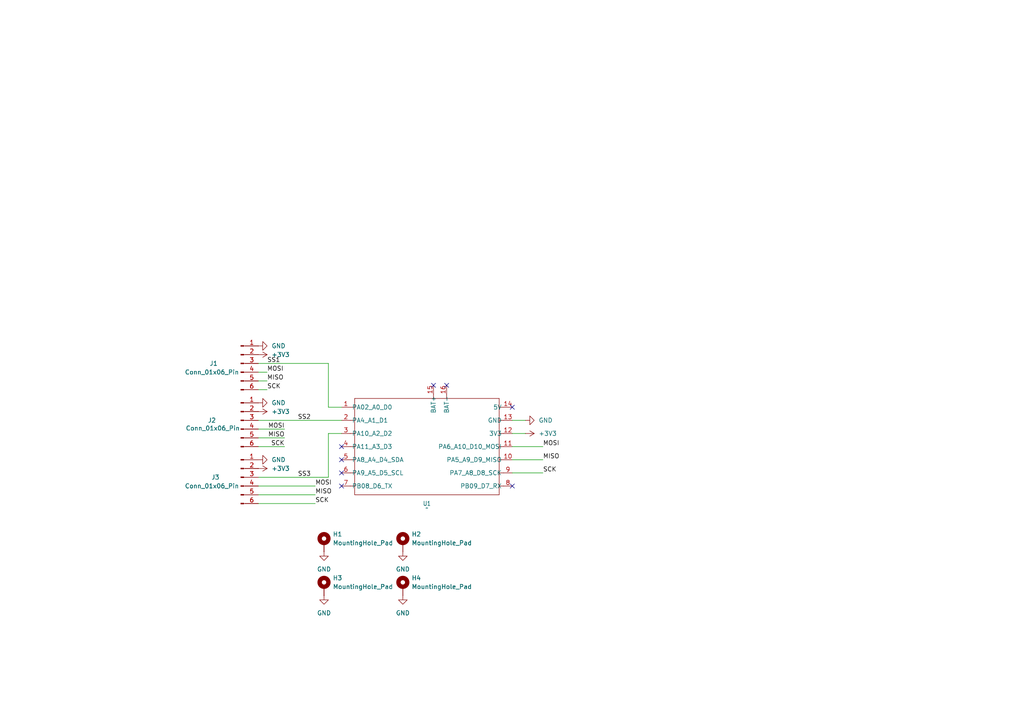
<source format=kicad_sch>
(kicad_sch (version 20231120) (generator "eeschema") (generator_version "8.0")
  (paper "A4")
  (lib_symbols
    (symbol "Connector:Conn_01x06_Pin" (pin_names (offset 1.016) hide)
      (property "Reference" "J" (at 0 7.62 0))
      (property "Value" "Conn_01x06_Pin" (at 0 -10.16 0))
      (symbol "Conn_01x06_Pin_1_1"
        (polyline (pts (xy 1.27 -7.62) (xy 0.8636 -7.62)) (stroke (width 0.1524)))
        (polyline (pts (xy 1.27 -5.08) (xy 0.8636 -5.08)) (stroke (width 0.1524)))
        (polyline (pts (xy 1.27 -2.54) (xy 0.8636 -2.54)) (stroke (width 0.1524)))
        (polyline (pts (xy 1.27 0) (xy 0.8636 0)) (stroke (width 0.1524)))
        (polyline (pts (xy 1.27 2.54) (xy 0.8636 2.54)) (stroke (width 0.1524)))
        (polyline (pts (xy 1.27 5.08) (xy 0.8636 5.08)) (stroke (width 0.1524)))
        (rectangle (start 0.8636 -7.493) (end 0 -7.747) (stroke (width 0.1524)) (fill (type outline)))
        (rectangle (start 0.8636 -4.953) (end 0 -5.207) (stroke (width 0.1524)) (fill (type outline)))
        (rectangle (start 0.8636 -2.413) (end 0 -2.667) (stroke (width 0.1524)) (fill (type outline)))
        (rectangle (start 0.8636 0.127) (end 0 -0.127) (stroke (width 0.1524)) (fill (type outline)))
        (rectangle (start 0.8636 2.667) (end 0 2.413) (stroke (width 0.1524)) (fill (type outline)))
        (rectangle (start 0.8636 5.207) (end 0 4.953) (stroke (width 0.1524)) (fill (type outline)))
        (pin passive line (at 5.08 5.08 180) (length 3.81) (name "Pin_1") (number "1"))
        (pin passive line (at 5.08 2.54 180) (length 3.81) (name "Pin_2") (number "2"))
        (pin passive line (at 5.08 0 180) (length 3.81) (name "Pin_3") (number "3"))
        (pin passive line (at 5.08 -2.54 180) (length 3.81) (name "Pin_4") (number "4"))
        (pin passive line (at 5.08 -5.08 180) (length 3.81) (name "Pin_5") (number "5"))
        (pin passive line (at 5.08 -7.62 180) (length 3.81) (name "Pin_6") (number "6"))
      )
    )
    (symbol "Mechanical:MountingHole_Pad" (pin_numbers hide) (pin_names (offset 1.016) hide) (exclude_from_sim yes) (in_bom no)
      (property "Reference" "H" (at 0 6.35 0))
      (property "Value" "MountingHole_Pad" (at 0 4.445 0))
      (symbol "MountingHole_Pad_0_1"
        (circle (center 0 1.27) (radius 1.27) (stroke (width 1.27)))
      )
      (symbol "MountingHole_Pad_1_1"
        (pin input line (at 0 -2.54 90) (length 2.54) (name "1") (number "1"))
      )
    )
    (symbol "Seeed:MOUDLE-SEEEDUINO-XIAO-ESP32S3-SMD"
      (property "Reference" "U" (at -21.59 15.24 0))
      (symbol "MOUDLE-SEEEDUINO-XIAO-ESP32S3-SMD_1_0"
        (polyline (pts (xy -21.59 -13.97) (xy -21.59 0)) (stroke (width 0.1524)))
        (polyline (pts (xy -21.59 -11.43) (xy -22.86 -11.43)) (stroke (width 0.1524)))
        (polyline (pts (xy -21.59 -7.62) (xy -22.86 -7.62)) (stroke (width 0.1524)))
        (polyline (pts (xy -21.59 -3.81) (xy -22.86 -3.81)) (stroke (width 0.1524)))
        (polyline (pts (xy -21.59 0) (xy -22.86 0)) (stroke (width 0.1524)))
        (polyline (pts (xy -21.59 0) (xy -21.59 3.81)) (stroke (width 0.1524)))
        (polyline (pts (xy -21.59 3.81) (xy -22.86 3.81)) (stroke (width 0.1524)))
        (polyline (pts (xy -21.59 3.81) (xy -21.59 7.62)) (stroke (width 0.1524)))
        (polyline (pts (xy -21.59 7.62) (xy -22.86 7.62)) (stroke (width 0.1524)))
        (polyline (pts (xy -21.59 7.62) (xy -21.59 11.43)) (stroke (width 0.1524)))
        (polyline (pts (xy -21.59 11.43) (xy -22.86 11.43)) (stroke (width 0.1524)))
        (polyline (pts (xy -21.59 11.43) (xy -21.59 13.97)) (stroke (width 0.1524)))
        (polyline (pts (xy -21.59 13.97) (xy 1.27 13.97)) (stroke (width 0.1524)))
        (polyline (pts (xy 1.27 13.97) (xy 5.08 13.97)) (stroke (width 0.1524)))
        (polyline (pts (xy 1.27 15.24) (xy 1.27 13.97)) (stroke (width 0.1524)))
        (polyline (pts (xy 5.08 13.97) (xy 20.32 13.97)) (stroke (width 0.1524)))
        (polyline (pts (xy 5.08 15.24) (xy 5.08 13.97)) (stroke (width 0.1524)))
        (polyline (pts (xy 20.32 -13.97) (xy -21.59 -13.97)) (stroke (width 0.1524)))
        (polyline (pts (xy 20.32 3.81) (xy 20.32 -13.97)) (stroke (width 0.1524)))
        (polyline (pts (xy 20.32 7.62) (xy 20.32 3.81)) (stroke (width 0.1524)))
        (polyline (pts (xy 20.32 11.43) (xy 20.32 7.62)) (stroke (width 0.1524)))
        (polyline (pts (xy 20.32 13.97) (xy 20.32 11.43)) (stroke (width 0.1524)))
        (polyline (pts (xy 21.59 -11.43) (xy 20.32 -11.43)) (stroke (width 0.1524)))
        (polyline (pts (xy 21.59 -7.62) (xy 20.32 -7.62)) (stroke (width 0.1524)))
        (polyline (pts (xy 21.59 -3.81) (xy 20.32 -3.81)) (stroke (width 0.1524)))
        (polyline (pts (xy 21.59 0) (xy 20.32 0)) (stroke (width 0.1524)))
        (polyline (pts (xy 21.59 3.81) (xy 20.32 3.81)) (stroke (width 0.1524)))
        (polyline (pts (xy 21.59 7.62) (xy 20.32 7.62)) (stroke (width 0.1524)))
        (polyline (pts (xy 21.59 11.43) (xy 20.32 11.43)) (stroke (width 0.1524)))
        (pin bidirectional line (at -25.4 11.43 0) (length 2.54) (name "PA02_A0_D0") (number "1"))
        (pin bidirectional line (at 24.13 -3.81 180) (length 2.54) (name "PA5_A9_D9_MISO") (number "10"))
        (pin bidirectional line (at 24.13 0 180) (length 2.54) (name "PA6_A10_D10_MOSI") (number "11"))
        (pin bidirectional line (at 24.13 3.81 180) (length 2.54) (name "3V3") (number "12"))
        (pin bidirectional line (at 24.13 7.62 180) (length 2.54) (name "GND") (number "13"))
        (pin bidirectional line (at 24.13 11.43 180) (length 2.54) (name "5V") (number "14"))
        (pin bidirectional line (at 1.27 17.78 270) (length 2.54) (name "BAT+") (number "15"))
        (pin bidirectional line (at 5.08 17.78 270) (length 2.54) (name "BAT-") (number "16"))
        (pin bidirectional line (at -25.4 7.62 0) (length 2.54) (name "PA4_A1_D1") (number "2"))
        (pin bidirectional line (at -25.4 3.81 0) (length 2.54) (name "PA10_A2_D2") (number "3"))
        (pin bidirectional line (at -25.4 0 0) (length 2.54) (name "PA11_A3_D3") (number "4"))
        (pin bidirectional line (at -25.4 -3.81 0) (length 2.54) (name "PA8_A4_D4_SDA") (number "5"))
        (pin bidirectional line (at -25.4 -7.62 0) (length 2.54) (name "PA9_A5_D5_SCL") (number "6"))
        (pin bidirectional line (at -25.4 -11.43 0) (length 2.54) (name "PB08_D6_TX") (number "7"))
        (pin bidirectional line (at 24.13 -11.43 180) (length 2.54) (name "PB09_D7_RX") (number "8"))
        (pin bidirectional line (at 24.13 -7.62 180) (length 2.54) (name "PA7_A8_D8_SCK") (number "9"))
      )
    )
    (symbol "power:+3V3" (power) (pin_numbers hide) (pin_names (offset 0) hide)
      (property "Value" "+3V3" (at 0 3.556 0))
      (symbol "+3V3_0_1"
        (polyline (pts (xy -0.762 1.27) (xy 0 2.54)))
        (polyline (pts (xy 0 0) (xy 0 2.54)))
        (polyline (pts (xy 0 2.54) (xy 0.762 1.27)))
      )
      (symbol "+3V3_1_1"
        (pin power_in line (at 0 0 90) (length 0) (name "~") (number "1"))
      )
    )
    (symbol "power:GND" (power) (pin_numbers hide) (pin_names (offset 0) hide)
      (property "Value" "GND" (at 0 -3.81 0))
      (symbol "GND_0_1"
        (polyline (pts (xy 0 0) (xy 0 -1.27) (xy 1.27 -1.27) (xy 0 -2.54) (xy -1.27 -1.27) (xy 0 -1.27)))
      )
      (symbol "GND_1_1"
        (pin power_in line (at 0 0 270) (length 0) (name "~") (number "1"))
      )
    )
  )
  (no_connect (at 129.54 111.76))
  (no_connect (at 148.59 140.97))
  (no_connect (at 99.06 129.54))
  (no_connect (at 125.73 111.76))
  (no_connect (at 99.06 137.16))
  (no_connect (at 99.06 133.35))
  (no_connect (at 148.59 118.11))
  (no_connect (at 99.06 140.97))
  (wire (pts (xy 95.25 138.43) (xy 95.25 125.73)))
  (wire (pts (xy 74.93 124.46) (xy 82.55 124.46)))
  (wire (pts (xy 148.59 121.92) (xy 152.4 121.92)))
  (wire (pts (xy 74.93 146.05) (xy 91.44 146.05)))
  (wire (pts (xy 74.93 105.41) (xy 95.25 105.41)))
  (wire (pts (xy 95.25 118.11) (xy 95.25 105.41)))
  (wire (pts (xy 152.4 125.73) (xy 148.59 125.73)))
  (wire (pts (xy 74.93 110.49) (xy 77.47 110.49)))
  (wire (pts (xy 74.93 129.54) (xy 82.55 129.54)))
  (wire (pts (xy 74.93 107.95) (xy 77.47 107.95)))
  (wire (pts (xy 74.93 127) (xy 82.55 127)))
  (wire (pts (xy 74.93 138.43) (xy 95.25 138.43)))
  (wire (pts (xy 148.59 129.54) (xy 157.48 129.54)))
  (wire (pts (xy 95.25 125.73) (xy 99.06 125.73)))
  (wire (pts (xy 148.59 137.16) (xy 157.48 137.16)))
  (wire (pts (xy 148.59 133.35) (xy 157.48 133.35)))
  (wire (pts (xy 95.25 118.11) (xy 99.06 118.11)))
  (wire (pts (xy 74.93 113.03) (xy 77.47 113.03)))
  (wire (pts (xy 74.93 140.97) (xy 91.44 140.97)))
  (wire (pts (xy 74.93 143.51) (xy 91.44 143.51)))
  (wire (pts (xy 74.93 121.92) (xy 99.06 121.92)))
  (label "MISO" (at 77.47 110.49 0))
  (label "SCK" (at 157.48 137.16 0))
  (label "MISO" (at 157.48 133.35 0))
  (label "SS2" (at 90.17 121.92 180))
  (label "MISO" (at 91.44 143.51 0))
  (label "MOSI" (at 82.55 124.46 180))
  (label "MISO" (at 82.55 127 180))
  (label "SS1" (at 77.47 105.41 0))
  (label "SCK" (at 91.44 146.05 0))
  (label "MOSI" (at 157.48 129.54 0))
  (label "MOSI" (at 77.47 107.95 0))
  (label "SCK" (at 82.55 129.54 180))
  (label "SCK" (at 77.47 113.03 0))
  (label "SS3" (at 86.36 138.43 0))
  (label "MOSI" (at 91.44 140.97 0))
  (symbol (lib_id "power:+3V3") (at 74.93 135.89 270) (unit 1)
    (property "Reference" "#PWR07" (effects (hide yes)))
    (property "Value" "+3V3" (at 78.74 135.8899 90) (effects (justify left)))
    (property "Description" "Power symbol creates a global label with name \"+3V3\"" (effects (hide yes)))
  )
  (symbol (lib_id "Mechanical:MountingHole_Pad") (at 116.84 157.48 0) (unit 1) (exclude_from_sim yes) (in_bom no)
    (property "Reference" "H2" (at 119.38 154.9399 0) (effects (justify left)))
    (property "Value" "MountingHole_Pad" (at 119.38 157.4799 0) (effects (justify left)))
    (property "Footprint" "MountingHole:MountingHole_3.2mm_M3_DIN965_Pad" (effects (hide yes)))
    (property "Description" "Mounting Hole with connection" (effects (hide yes)))
  )
  (symbol (lib_id "Connector:Conn_01x06_Pin") (at 69.85 138.43 0) (unit 1)
    (property "Reference" "J3" (at 62.484 138.43 0))
    (property "Value" "Conn_01x06_Pin" (at 61.468 140.97 0))
    (property "Footprint" "Connector_PinHeader_2.54mm:PinHeader_1x06_P2.54mm_Horizontal" (effects (hide yes)))
    (property "Description" "Generic connector, single row, 01x06, script generated" (effects (hide yes)))
  )
  (symbol (lib_id "Seeed:MOUDLE-SEEEDUINO-XIAO-ESP32S3-SMD") (at 124.46 129.54 0) (unit 1)
    (property "Reference" "U1" (at 123.825 146.05 0) (effects (font (size 1.27 1.0795))))
    (property "Value" "~" (at 123.825 147.32 0) (effects (font (size 1.27 1.0795))))
    (property "Footprint" "Seeed-Studio-XIAO-ESP32S3:MOUDLE14P-SMD-2.54-21X17.8MM" (effects (hide yes)))
  )
  (symbol (lib_id "power:GND") (at 116.84 172.72 0) (unit 1)
    (property "Reference" "#PWR012" (effects (hide yes)))
    (property "Value" "GND" (at 116.84 177.8 0))
    (property "Description" "Power symbol creates a global label with name \"GND\" , ground" (effects (hide yes)))
  )
  (symbol (lib_id "Mechanical:MountingHole_Pad") (at 93.98 170.18 0) (unit 1) (exclude_from_sim yes) (in_bom no)
    (property "Reference" "H3" (at 96.52 167.6399 0) (effects (justify left)))
    (property "Value" "MountingHole_Pad" (at 96.52 170.1799 0) (effects (justify left)))
    (property "Footprint" "MountingHole:MountingHole_3.2mm_M3_Pad" (effects (hide yes)))
    (property "Description" "Mounting Hole with connection" (effects (hide yes)))
  )
  (symbol (lib_id "power:GND") (at 152.4 121.92 90) (unit 1)
    (property "Reference" "#PWR02" (effects (hide yes)))
    (property "Value" "GND" (at 156.21 121.9199 90) (effects (justify right)))
    (property "Description" "Power symbol creates a global label with name \"GND\" , ground" (effects (hide yes)))
  )
  (symbol (lib_id "power:GND") (at 93.98 160.02 0) (unit 1)
    (property "Reference" "#PWR03" (effects (hide yes)))
    (property "Value" "GND" (at 93.98 165.1 0))
    (property "Description" "Power symbol creates a global label with name \"GND\" , ground" (effects (hide yes)))
  )
  (symbol (lib_id "power:GND") (at 116.84 160.02 0) (unit 1)
    (property "Reference" "#PWR04" (effects (hide yes)))
    (property "Value" "GND" (at 116.84 165.1 0))
    (property "Description" "Power symbol creates a global label with name \"GND\" , ground" (effects (hide yes)))
  )
  (symbol (lib_id "Connector:Conn_01x06_Pin") (at 69.85 105.41 0) (unit 1)
    (property "Reference" "J1" (at 61.976 105.41 0))
    (property "Value" "Conn_01x06_Pin" (at 61.468 107.95 0))
    (property "Footprint" "Connector_PinHeader_2.54mm:PinHeader_1x06_P2.54mm_Horizontal" (effects (hide yes)))
    (property "Description" "Generic connector, single row, 01x06, script generated" (effects (hide yes)))
  )
  (symbol (lib_id "power:GND") (at 74.93 100.33 90) (unit 1)
    (property "Reference" "#PWR09" (effects (hide yes)))
    (property "Value" "GND" (at 78.74 100.3299 90) (effects (justify right)))
    (property "Description" "Power symbol creates a global label with name \"GND\" , ground" (effects (hide yes)))
  )
  (symbol (lib_id "power:GND") (at 74.93 133.35 90) (unit 1)
    (property "Reference" "#PWR08" (effects (hide yes)))
    (property "Value" "GND" (at 78.74 133.3499 90) (effects (justify right)))
    (property "Description" "Power symbol creates a global label with name \"GND\" , ground" (effects (hide yes)))
  )
  (symbol (lib_id "Mechanical:MountingHole_Pad") (at 116.84 170.18 0) (unit 1) (exclude_from_sim yes) (in_bom no)
    (property "Reference" "H4" (at 119.38 167.6399 0) (effects (justify left)))
    (property "Value" "MountingHole_Pad" (at 119.38 170.1799 0) (effects (justify left)))
    (property "Footprint" "MountingHole:MountingHole_3.2mm_M3_Pad" (effects (hide yes)))
    (property "Description" "Mounting Hole with connection" (effects (hide yes)))
  )
  (symbol (lib_id "power:+3V3") (at 152.4 125.73 270) (unit 1)
    (property "Reference" "#PWR05" (effects (hide yes)))
    (property "Value" "+3V3" (at 156.21 125.7299 90) (effects (justify left)))
    (property "Description" "Power symbol creates a global label with name \"+3V3\"" (effects (hide yes)))
  )
  (symbol (lib_id "power:+3V3") (at 74.93 119.38 270) (unit 1)
    (property "Reference" "#PWR06" (effects (hide yes)))
    (property "Value" "+3V3" (at 78.74 119.3801 90) (effects (justify left)))
    (property "Description" "Power symbol creates a global label with name \"+3V3\"" (effects (hide yes)))
  )
  (symbol (lib_id "power:+3V3") (at 74.93 102.87 270) (unit 1)
    (property "Reference" "#PWR010" (effects (hide yes)))
    (property "Value" "+3V3" (at 78.74 102.8699 90) (effects (justify left)))
    (property "Description" "Power symbol creates a global label with name \"+3V3\"" (effects (hide yes)))
  )
  (symbol (lib_id "Mechanical:MountingHole_Pad") (at 93.98 157.48 0) (unit 1) (exclude_from_sim yes) (in_bom no)
    (property "Reference" "H1" (at 96.52 154.9399 0) (effects (justify left)))
    (property "Value" "MountingHole_Pad" (at 96.52 157.4799 0) (effects (justify left)))
    (property "Footprint" "MountingHole:MountingHole_3.2mm_M3_DIN965_Pad" (effects (hide yes)))
    (property "Description" "Mounting Hole with connection" (effects (hide yes)))
  )
  (symbol (lib_id "Connector:Conn_01x06_Pin") (at 69.85 121.92 0) (unit 1)
    (property "Reference" "J2" (at 61.468 121.92 0))
    (property "Value" "Conn_01x06_Pin" (at 61.722 124.206 0))
    (property "Footprint" "Connector_PinHeader_2.54mm:PinHeader_1x06_P2.54mm_Horizontal" (effects (hide yes)))
    (property "Description" "Generic connector, single row, 01x06, script generated" (effects (hide yes)))
  )
  (symbol (lib_id "power:GND") (at 93.98 172.72 0) (unit 1)
    (property "Reference" "#PWR011" (effects (hide yes)))
    (property "Value" "GND" (at 93.98 177.8 0))
    (property "Description" "Power symbol creates a global label with name \"GND\" , ground" (effects (hide yes)))
  )
  (symbol (lib_id "power:GND") (at 74.93 116.84 90) (unit 1)
    (property "Reference" "#PWR01" (effects (hide yes)))
    (property "Value" "GND" (at 78.74 116.8401 90) (effects (justify right)))
    (property "Description" "Power symbol creates a global label with name \"GND\" , ground" (effects (hide yes)))
  )
)
</source>
